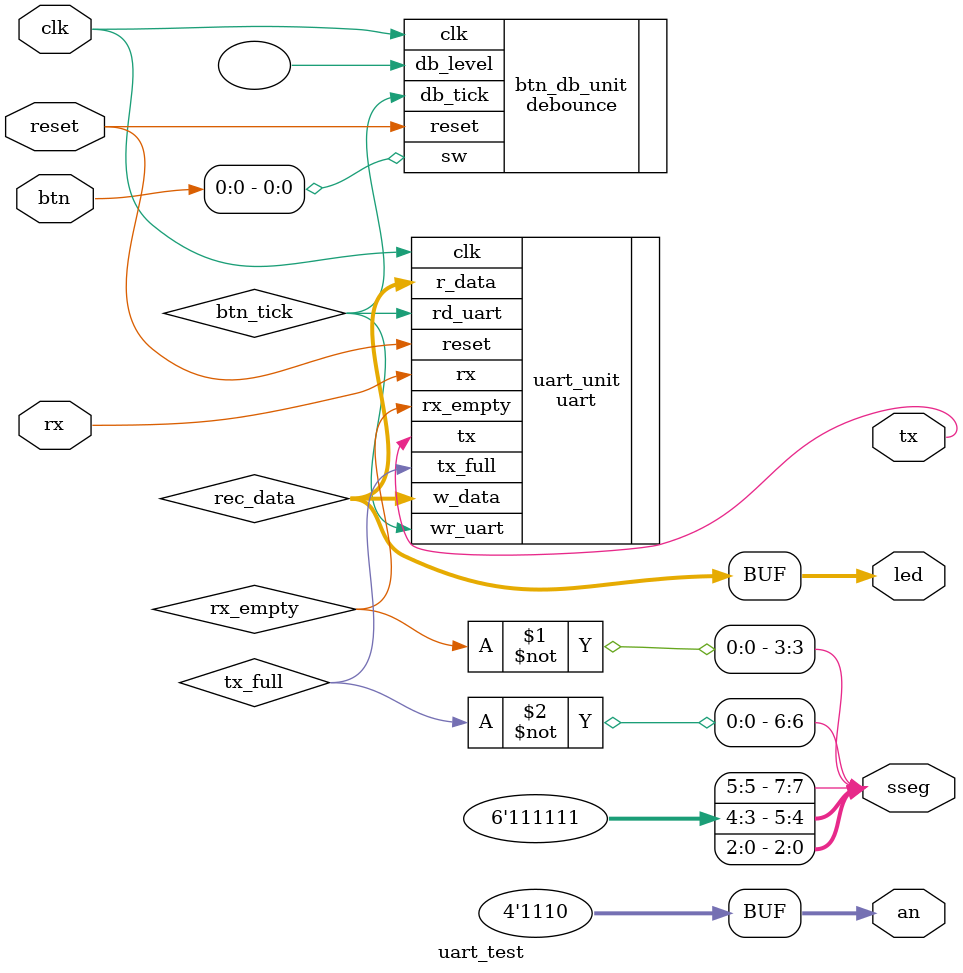
<source format=v>
`timescale 1ns / 1ps
module uart_test
  (
    input wire clk, reset,
    input wire rx,
    input wire [2:0] btn,
    output wire tx,
    output wire [3:0] an,
    output wire [7:0] sseg, led
  );
  
  //Declaración de señales
  wire tx_full, rx_empty, btn_tick;
  wire [7:0] rec_data;
  
  //Cuerpo
  //Instanciación de la uart
  uart uart_unit
    (.clk(clk), .reset(reset), .rd_uart(btn_tick),
     .wr_uart(btn_tick), .rx(rx), .w_data(rec_data),
     .tx_full(tx_full), .rx_empty(rx_empty),
     .r_data(rec_data), .tx(tx));
     
  //Instanciación del circuito antirebote
  debounce btn_db_unit
    (.clk(clk), .reset(reset), .sw(btn[0]),
     .db_level(), .db_tick(btn_tick));
     
  
  //Display en los LED's
  assign led = rec_data;
  assign an = 4'b1110;
  assign sseg = {1'b1, ~tx_full, 2'b11, ~rx_empty, 3'b111};

endmodule

</source>
